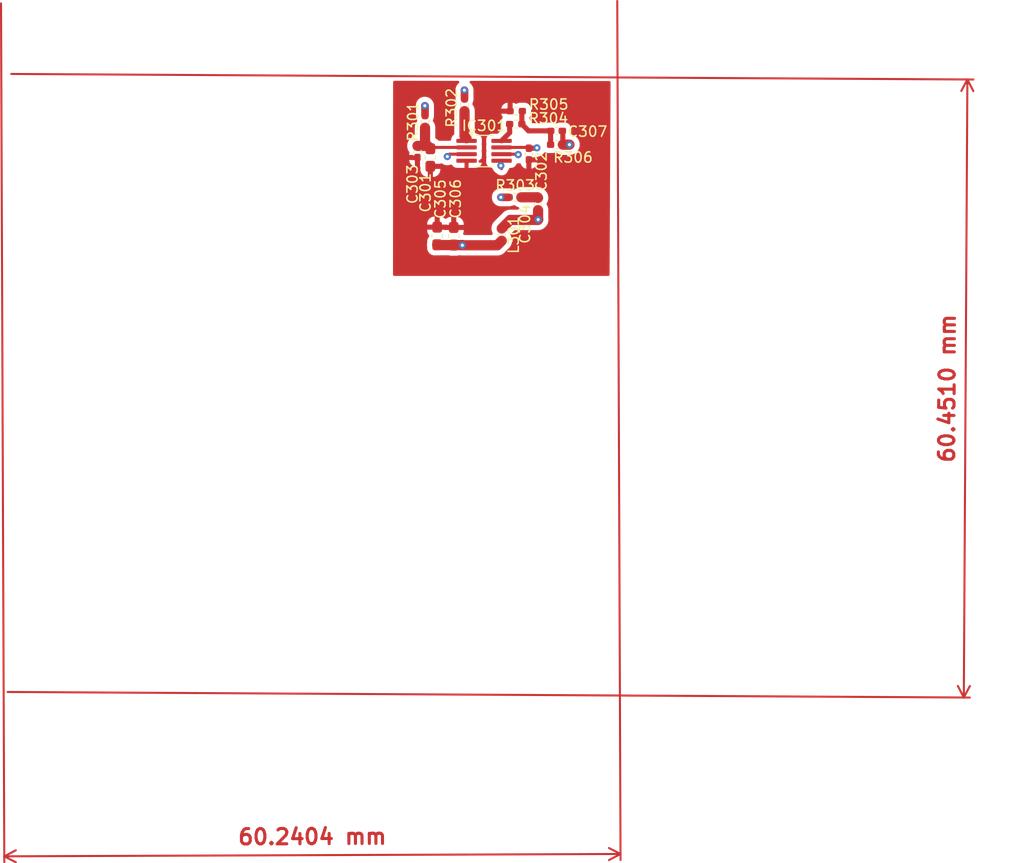
<source format=kicad_pcb>
(kicad_pcb (version 20240108) (generator "pcbnew") (generator_version "8.0")
  (layers (0 "F.Cu" signal) (1 "In1.Cu" signal) (2 "In2.Cu" signal) (31 "B.Cu" signal) (34 "B.Paste" user) (35 "F.Paste" user) (36 "B.SilkS" user "B.Silkscreen") (37 "F.SilkS" user "F.Silkscreen") (38 "B.Mask" user) (39 "F.Mask" user) (44 "Edge.Cuts" user))
  (net 0 "")
  (net 1 "GND")
  (net 2 "VIN")
  (net 3 "VCC")
  (net 4 "SW")
  (net 5 "Net-(C304-Pad1)")
  (net 6 "+5V")
  (net 7 "Net-(C307-Pad1)")
  (net 8 "BST")
  (net 9 "EN{slash}SYNC")
  (net 10 "FB")
  (net 11 "PG")
  (footprint "Capacitor_SMD:C_0402_1005Metric_Pad0.74x0.62mm_HandSolder" (layer "F.Cu") (at 148.98 103.1325 -90)
    (property "Reference" "L301" (at 0 -1.16 90) (layer "F.SilkS"))
    (property "Value" "4.7u")
    (fp_line (start -0.115835 0.36) (end 0.115835 0.36) (stroke (width 0.12)) (layer "F.SilkS"))
    (fp_line (start -0.115835 -0.36) (end 0.115835 -0.36) (stroke (width 0.12)) (layer "F.SilkS"))
    (pad "1" smd roundrect (at -0.5675 0 270) (size 0.735 0.62) (layers "F.Cu" "F.Paste" "F.Mask") (net 4 "SW"))
    (pad "2" smd roundrect (at 0.5675 0 270) (size 0.735 0.62) (layers "F.Cu" "F.Paste" "F.Mask") (net 6 "+5V"))
  )
  (footprint "Resistor_SMD:R_0402_1005Metric_Pad0.72x0.64mm_HandSolder" (layer "F.Cu") (at 154.3525 94.3)
    (property "Reference" "R306" (at 1.5975 1.25 0) (layer "F.SilkS"))
    (property "Value" "40.2k")
    (fp_line (start -0.167621 -0.38) (end 0.167621 -0.38) (stroke (width 0.12)) (layer "F.SilkS"))
    (fp_line (start -0.167621 0.38) (end 0.167621 0.38) (stroke (width 0.12)) (layer "F.SilkS"))
    (pad "1" smd roundrect (at -0.5975 0) (size 0.715 0.64) (layers "F.Cu" "F.Paste" "F.Mask") (net 7 "Net-(C307-Pad1)"))
    (pad "2" smd roundrect (at 0.5975 0) (size 0.715 0.64) (layers "F.Cu" "F.Paste" "F.Mask") (net 6 "+5V"))
  )
  (footprint "Capacitor_SMD:C_0402_1005Metric_Pad0.74x0.62mm_HandSolder" (layer "F.Cu") (at 154.3325 92.95)
    (property "Reference" "C307" (at 3.04 0.07 0) (layer "F.SilkS"))
    (property "Value" "15p")
    (fp_line (start -0.115835 -0.36) (end 0.115835 -0.36) (stroke (width 0.12)) (layer "F.SilkS"))
    (fp_line (start -0.115835 0.36) (end 0.115835 0.36) (stroke (width 0.12)) (layer "F.SilkS"))
    (pad "1" smd roundrect (at -0.5675 0) (size 0.735 0.62) (layers "F.Cu" "F.Paste" "F.Mask") (net 7 "Net-(C307-Pad1)"))
    (pad "2" smd roundrect (at 0.5675 0) (size 0.735 0.62) (layers "F.Cu" "F.Paste" "F.Mask") (net 6 "+5V"))
  )
  (footprint "Resistor_SMD:R_0402_1005Metric_Pad0.72x0.64mm_HandSolder" (layer "F.Cu") (at 150.2925 99.45)
    (property "Reference" "R303" (at 0 -1.17 0) (layer "F.SilkS"))
    (property "Value" "20")
    (fp_line (start -0.167621 -0.38) (end 0.167621 -0.38) (stroke (width 0.12)) (layer "F.SilkS"))
    (fp_line (start -0.167621 0.38) (end 0.167621 0.38) (stroke (width 0.12)) (layer "F.SilkS"))
    (pad "1" smd roundrect (at -0.5975 0) (size 0.715 0.64) (layers "F.Cu" "F.Paste" "F.Mask") (net 8 "BST"))
    (pad "2" smd roundrect (at 0.5975 0) (size 0.715 0.64) (layers "F.Cu" "F.Paste" "F.Mask") (net 5 "Net-(C304-Pad1)"))
  )
  (footprint "Capacitor_SMD:C_0603_1608Metric_Pad1.08x0.95mm_HandSolder" (layer "F.Cu") (at 142 95.5575 -90)
    (property "Reference" "C301" (at 3.4425 0.48 90) (layer "F.SilkS"))
    (property "Value" "22u")
    (fp_line (start -0.146267 0.51) (end 0.146267 0.51) (stroke (width 0.12)) (layer "F.SilkS"))
    (fp_line (start -0.146267 -0.51) (end 0.146267 -0.51) (stroke (width 0.12)) (layer "F.SilkS"))
    (pad "1" smd roundrect (at -0.8625 0 270) (size 1.075 0.95) (layers "F.Cu" "F.Paste" "F.Mask") (net 2 "VIN"))
    (pad "2" smd roundrect (at 0.8625 0 270) (size 1.075 0.95) (layers "F.Cu" "F.Paste" "F.Mask") (net 1 "GND"))
  )
  (footprint "Capacitor_SMD:C_0402_1005Metric_Pad0.74x0.62mm_HandSolder" (layer "F.Cu") (at 140.74 94.9875 -90)
    (property "Reference" "C303" (at 3.1825 0.49 90) (layer "F.SilkS"))
    (property "Value" "0.1u")
    (fp_line (start -0.115835 0.36) (end 0.115835 0.36) (stroke (width 0.12)) (layer "F.SilkS"))
    (fp_line (start -0.115835 -0.36) (end 0.115835 -0.36) (stroke (width 0.12)) (layer "F.SilkS"))
    (pad "1" smd roundrect (at -0.5675 0 270) (size 0.735 0.62) (layers "F.Cu" "F.Paste" "F.Mask") (net 2 "VIN"))
    (pad "2" smd roundrect (at 0.5675 0 270) (size 0.735 0.62) (layers "F.Cu" "F.Paste" "F.Mask") (net 1 "GND"))
  )
  (footprint "Capacitor_SMD:C_0603_1608Metric_Pad1.08x0.95mm_HandSolder" (layer "F.Cu") (at 142.67 103.23 90)
    (property "Reference" "C305" (at 3.61 0.31 90) (layer "F.SilkS"))
    (property "Value" "22u")
    (fp_line (start -0.146267 -0.51) (end 0.146267 -0.51) (stroke (width 0.12)) (layer "F.SilkS"))
    (fp_line (start -0.146267 0.51) (end 0.146267 0.51) (stroke (width 0.12)) (layer "F.SilkS"))
    (pad "1" smd roundrect (at -0.8625 0 90) (size 1.075 0.95) (layers "F.Cu" "F.Paste" "F.Mask") (net 6 "+5V"))
    (pad "2" smd roundrect (at 0.8625 0 90) (size 1.075 0.95) (layers "F.Cu" "F.Paste" "F.Mask") (net 1 "GND"))
  )
  (footprint "Resistor_SMD:R_0402_1005Metric_Pad0.72x0.64mm_HandSolder" (layer "F.Cu") (at 150.35 92.29)
    (property "Reference" "R304" (at 3.19 -0.56 0) (layer "F.SilkS"))
    (property "Value" "16k")
    (fp_line (start -0.167621 -0.38) (end 0.167621 -0.38) (stroke (width 0.12)) (layer "F.SilkS"))
    (fp_line (start -0.167621 0.38) (end 0.167621 0.38) (stroke (width 0.12)) (layer "F.SilkS"))
    (pad "1" smd roundrect (at -0.5975 0) (size 0.715 0.64) (layers "F.Cu" "F.Paste" "F.Mask") (net 10 "FB"))
    (pad "2" smd roundrect (at 0.5975 0) (size 0.715 0.64) (layers "F.Cu" "F.Paste" "F.Mask") (net 7 "Net-(C307-Pad1)"))
  )
  (footprint "Capacitor_SMD:C_0402_1005Metric_Pad0.74x0.62mm_HandSolder" (layer "F.Cu") (at 151.63 95.2175 -90)
    (property "Reference" "C302" (at 1.7125 -1.23 90) (layer "F.SilkS"))
    (property "Value" "0.1u")
    (fp_line (start -0.115835 0.36) (end 0.115835 0.36) (stroke (width 0.12)) (layer "F.SilkS"))
    (fp_line (start -0.115835 -0.36) (end 0.115835 -0.36) (stroke (width 0.12)) (layer "F.SilkS"))
    (pad "1" smd roundrect (at -0.5675 0 270) (size 0.735 0.62) (layers "F.Cu" "F.Paste" "F.Mask") (net 3 "VCC"))
    (pad "2" smd roundrect (at 0.5675 0 270) (size 0.735 0.62) (layers "F.Cu" "F.Paste" "F.Mask") (net 1 "GND"))
  )
  (footprint "Resistor_SMD:R_0402_1005Metric_Pad0.72x0.64mm_HandSolder" (layer "F.Cu") (at 145.34 90.4225 -90)
    (property "Reference" "R302" (at 0.2775 1.26 90) (layer "F.SilkS"))
    (property "Value" "100K")
    (fp_line (start -0.167621 0.38) (end 0.167621 0.38) (stroke (width 0.12)) (layer "F.SilkS"))
    (fp_line (start -0.167621 -0.38) (end 0.167621 -0.38) (stroke (width 0.12)) (layer "F.SilkS"))
    (pad "1" smd roundrect (at -0.5975 0 270) (size 0.715 0.64) (layers "F.Cu" "F.Paste" "F.Mask") (net 3 "VCC"))
    (pad "2" smd roundrect (at 0.5975 0 270) (size 0.715 0.64) (layers "F.Cu" "F.Paste" "F.Mask") (net 11 "PG"))
  )
  (footprint "Capacitor_SMD:C_0603_1608Metric_Pad1.08x0.95mm_HandSolder" (layer "F.Cu") (at 144.29 103.26 90)
    (property "Reference" "C306" (at 3.67 0.18 90) (layer "F.SilkS"))
    (property "Value" "22u")
    (fp_line (start -0.146267 -0.51) (end 0.146267 -0.51) (stroke (width 0.12)) (layer "F.SilkS"))
    (fp_line (start -0.146267 0.51) (end 0.146267 0.51) (stroke (width 0.12)) (layer "F.SilkS"))
    (pad "1" smd roundrect (at -0.8625 0 90) (size 1.075 0.95) (layers "F.Cu" "F.Paste" "F.Mask") (net 6 "+5V"))
    (pad "2" smd roundrect (at 0.8625 0 90) (size 1.075 0.95) (layers "F.Cu" "F.Paste" "F.Mask") (net 1 "GND"))
  )
  (footprint "Package_TO_SOT_SMD:TSOT-23-8_HandSoldering" (layer "F.Cu") (at 147.25 94.9)
    (property "Reference" "IC301" (at 0 -2.45 0) (layer "F.SilkS"))
    (property "Value" "MP1475SGJ-P")
    (fp_line (start -0.88 1.56) (end 0.88 1.56) (stroke (width 0.12)) (layer "F.SilkS"))
    (fp_line (start 0.08 -1.51) (end -0.72 -1.51) (stroke (width 0.12)) (layer "F.SilkS"))
    (fp_line (start 0.08 -1.51) (end 0.88 -1.51) (stroke (width 0.12)) (layer "F.SilkS"))
    (fp_poly (pts (xy -1.22 -1.435) (xy -1.46 -1.765) (xy -0.98 -1.765) (xy -1.22 -1.435)) (stroke (width 0.12)) (fill solid) (layer "F.SilkS"))
    (pad "1" smd roundrect (at -1.71 -0.97) (size 2 0.4) (layers "F.Cu" "F.Paste" "F.Mask") (net 11 "PG"))
    (pad "2" smd roundrect (at -1.71 -0.33) (size 2 0.4) (layers "F.Cu" "F.Paste" "F.Mask") (net 2 "VIN"))
    (pad "3" smd roundrect (at -1.71 0.33) (size 2 0.4) (layers "F.Cu" "F.Paste" "F.Mask") (net 4 "SW"))
    (pad "4" smd roundrect (at -1.71 0.97) (size 2 0.4) (layers "F.Cu" "F.Paste" "F.Mask") (net 1 "GND"))
    (pad "5" smd roundrect (at 1.71 0.97) (size 2 0.4) (layers "F.Cu" "F.Paste" "F.Mask") (net 8 "BST"))
    (pad "6" smd roundrect (at 1.71 0.33) (size 2 0.4) (layers "F.Cu" "F.Paste" "F.Mask") (net 9 "EN{slash}SYNC"))
    (pad "7" smd roundrect (at 1.71 -0.33) (size 2 0.4) (layers "F.Cu" "F.Paste" "F.Mask") (net 3 "VCC"))
    (pad "8" smd roundrect (at 1.71 -0.97) (size 2 0.4) (layers "F.Cu" "F.Paste" "F.Mask") (net 10 "FB"))
  )
  (footprint "Resistor_SMD:R_0402_1005Metric_Pad0.72x0.64mm_HandSolder" (layer "F.Cu") (at 141.48 92.0475 90)
    (property "Reference" "R301" (at 0 -1.17 90) (layer "F.SilkS"))
    (property "Value" "100K")
    (fp_line (start -0.167621 -0.38) (end 0.167621 -0.38) (stroke (width 0.12)) (layer "F.SilkS"))
    (fp_line (start -0.167621 0.38) (end 0.167621 0.38) (stroke (width 0.12)) (layer "F.SilkS"))
    (pad "1" smd roundrect (at -0.5975 0 90) (size 0.715 0.64) (layers "F.Cu" "F.Paste" "F.Mask") (net 2 "VIN"))
    (pad "2" smd roundrect (at 0.5975 0 90) (size 0.715 0.64) (layers "F.Cu" "F.Paste" "F.Mask") (net 9 "EN{slash}SYNC"))
  )
  (footprint "Resistor_SMD:R_0402_1005Metric_Pad0.72x0.64mm_HandSolder" (layer "F.Cu") (at 150.3925 91.02 180)
    (property "Reference" "R305" (at -3.1775 0.65 360) (layer "F.SilkS"))
    (property "Value" "7.68k")
    (fp_line (start -0.167621 0.38) (end 0.167621 0.38) (stroke (width 0.12)) (layer "F.SilkS"))
    (fp_line (start -0.167621 -0.38) (end 0.167621 -0.38) (stroke (width 0.12)) (layer "F.SilkS"))
    (pad "1" smd roundrect (at -0.5975 0 180) (size 0.715 0.64) (layers "F.Cu" "F.Paste" "F.Mask") (net 7 "Net-(C307-Pad1)"))
    (pad "2" smd roundrect (at 0.5975 0 180) (size 0.715 0.64) (layers "F.Cu" "F.Paste" "F.Mask") (net 1 "GND"))
  )
  (footprint "Capacitor_SMD:C_0402_1005Metric_Pad0.74x0.62mm_HandSolder" (layer "F.Cu") (at 152.53 100.1375 -90)
    (property "Reference" "C304" (at 1.9225 1.28 90) (layer "F.SilkS"))
    (property "Value" "0.1u")
    (fp_line (start -0.115835 0.36) (end 0.115835 0.36) (stroke (width 0.12)) (layer "F.SilkS"))
    (fp_line (start -0.115835 -0.36) (end 0.115835 -0.36) (stroke (width 0.12)) (layer "F.SilkS"))
    (pad "1" smd roundrect (at -0.5675 0 270) (size 0.735 0.62) (layers "F.Cu" "F.Paste" "F.Mask") (net 5 "Net-(C304-Pad1)"))
    (pad "2" smd roundrect (at 0.5675 0 270) (size 0.735 0.62) (layers "F.Cu" "F.Paste" "F.Mask") (net 4 "SW"))
  )
  (dimension (type aligned) (layer "F.Cu") (pts (xy 100.03 79.98) (xy 160.27 79.75)) (height 83.930191) (gr_text "60,2404 mm" (at 130.463576 161.994592 0.2187577233) (layer "F.Cu") (effects (font (size 1.5 1.5) (thickness 0.3)))) (format (prefix "") (suffix "") (units 3) (units_format 1) (precision 4)) (style (thickness 0.2) (arrow_length 1.27) (text_position_mode 0) (extension_height 0.58642) (extension_offset 0.5) keep_text_aligned))
  (dimension (type aligned) (layer "F.Cu") (pts (xy 100.18 147.83) (xy 100.53 87.38)) (height 93.971015) (gr_text "60,4510 mm" (at 192.52447 118.138653 89.66826636) (layer "F.Cu") (effects (font (size 1.5 1.5) (thickness 0.3)))) (format (prefix "") (suffix "") (units 3) (units_format 1) (precision 4)) (style (thickness 0.2) (arrow_length 1.27) (text_position_mode 0) (extension_height 0.58642) (extension_offset 0.5) keep_text_aligned))
  (segment (start 142.125 94.57) (end 142 94.695) (width 0.3) (layer "F.Cu") (net 2))
  (segment (start 141.48 92.645) (end 141.48 94.175) (width 1) (layer "F.Cu") (net 2))
  (segment (start 140.74 94.42) (end 141.725 94.42) (width 1) (layer "F.Cu") (net 2))
  (segment (start 141.725 94.42) (end 142 94.695) (width 1) (layer "F.Cu") (net 2))
  (segment (start 141.48 94.175) (end 142 94.695) (width 1) (layer "F.Cu") (net 2))
  (segment (start 145.54 94.57) (end 142.125 94.57) (width 0.3) (layer "F.Cu") (net 2))
  (segment (start 148.96 94.57) (end 151.55 94.57) (width 0.3) (layer "F.Cu") (net 3))
  (segment (start 152.38 94.65) (end 152.42 94.61) (width 0.5) (layer "F.Cu") (net 3))
  (segment (start 145.34 89.825) (end 145.34 88.98) (width 0.75) (layer "F.Cu") (net 3))
  (segment (start 151.55 94.57) (end 151.63 94.65) (width 0.3) (layer "F.Cu") (net 3))
  (segment (start 145.34 88.98) (end 145.33 88.97) (width 0.75) (layer "F.Cu") (net 3))
  (segment (start 151.63 94.65) (end 152.38 94.65) (width 0.5) (layer "F.Cu") (net 3))
  (via (at 152.42 94.61) (size 0.7) (drill 0.3) (layers "F.Cu" "B.Cu") (net 3))
  (via (at 145.33 88.97) (size 0.7) (drill 0.3) (layers "F.Cu" "B.Cu") (net 3))
  (segment (start 152.51 101.66) (end 149.82 101.66) (width 1) (layer "F.Cu") (net 4))
  (segment (start 149.82 101.66) (end 148.98 102.5) (width 1) (layer "F.Cu") (net 4))
  (segment (start 152.53 100.705) (end 152.53 101.62) (width 1) (layer "F.Cu") (net 4))
  (segment (start 152.54 101.63) (end 152.51 101.66) (width 1) (layer "F.Cu") (net 4))
  (segment (start 143.89 95.23) (end 145.54 95.23) (width 0.3) (layer "F.Cu") (net 4))
  (segment (start 143.66 95.46) (end 143.89 95.23) (width 0.3) (layer "F.Cu") (net 4))
  (segment (start 152.53 101.62) (end 152.54 101.63) (width 1) (layer "F.Cu") (net 4))
  (via (at 143.66 95.46) (size 0.7) (drill 0.3) (layers "F.Cu" "B.Cu") (net 4))
  (via (at 152.54 101.63) (size 0.7) (drill 0.3) (layers "F.Cu" "B.Cu") (net 4))
  (segment (start 152.475 99.45) (end 152.53 99.505) (width 1) (layer "F.Cu") (net 5))
  (segment (start 150.89 99.45) (end 152.475 99.45) (width 1) (layer "F.Cu") (net 5))
  (segment (start 154.95 93.03) (end 154.9 92.98) (width 0.5) (layer "F.Cu") (net 6))
  (segment (start 144.29 104.1225) (end 142.7 104.1225) (width 1) (layer "F.Cu") (net 6))
  (segment (start 148.54 104.14) (end 148.98 103.7) (width 1) (layer "F.Cu") (net 6))
  (segment (start 142.7 104.1225) (end 142.67 104.0925) (width 1) (layer "F.Cu") (net 6))
  (segment (start 154.95 94.3) (end 154.95 93.03) (width 0.5) (layer "F.Cu") (net 6))
  (segment (start 155.6 94.3) (end 154.95 94.3) (width 1) (layer "F.Cu") (net 6))
  (segment (start 144.29 104.1225) (end 145.1125 104.1225) (width 1) (layer "F.Cu") (net 6))
  (segment (start 145.1125 104.1225) (end 145.13 104.14) (width 1) (layer "F.Cu") (net 6))
  (segment (start 145.13 104.14) (end 148.54 104.14) (width 1) (layer "F.Cu") (net 6))
  (via (at 155.6 94.3) (size 0.7) (drill 0.3) (layers "F.Cu" "B.Cu") (net 6))
  (via (at 145.13 104.14) (size 0.7) (drill 0.3) (layers "F.Cu" "B.Cu") (net 6))
  (segment (start 153.755 92.99) (end 153.765 92.98) (width 0.5) (layer "F.Cu") (net 7))
  (segment (start 151.6075 92.95) (end 150.9475 92.29) (width 0.5) (layer "F.Cu") (net 7))
  (segment (start 153.755 94.3) (end 153.755 92.99) (width 0.5) (layer "F.Cu") (net 7))
  (segment (start 150.9475 91.0625) (end 150.99 91.02) (width 0.5) (layer "F.Cu") (net 7))
  (segment (start 153.765 92.95) (end 151.6075 92.95) (width 0.5) (layer "F.Cu") (net 7))
  (segment (start 150.9475 92.29) (end 150.9475 91.0625) (width 0.5) (layer "F.Cu") (net 7))
  (segment (start 148.89 96.35) (end 148.89 96.58) (width 0.3) (layer "F.Cu") (net 8))
  (segment (start 148.89 99.45) (end 149.6925 99.45) (width 0.75) (layer "F.Cu") (net 8))
  (segment (start 148.89 96.58) (end 148.96 96.65) (width 0.3) (layer "F.Cu") (net 8))
  (segment (start 148.89 95.94) (end 148.96 95.87) (width 0.3) (layer "F.Cu") (net 8))
  (segment (start 148.89 96.35) (end 148.89 95.94) (width 0.3) (layer "F.Cu") (net 8))
  (via (at 148.89 96.35) (size 0.7) (drill 0.3) (layers "F.Cu" "B.Cu") (net 8))
  (via (at 148.89 99.45) (size 0.7) (drill 0.3) (layers "F.Cu" "B.Cu") (net 8))
  (segment (start 141.48 91.45) (end 141.48 90.51) (width 0.75) (layer "F.Cu") (net 9))
  (segment (start 141.48 90.51) (end 141.46 90.49) (width 0.75) (layer "F.Cu") (net 9))
  (segment (start 150.55 95.23) (end 150.59 95.27) (width 0.3) (layer "F.Cu") (net 9))
  (segment (start 148.96 95.23) (end 150.55 95.23) (width 0.3) (layer "F.Cu") (net 9))
  (via (at 141.46 90.49) (size 0.7) (drill 0.3) (layers "F.Cu" "B.Cu") (net 9))
  (via (at 150.59 95.27) (size 0.7) (drill 0.3) (layers "F.Cu" "B.Cu") (net 9))
  (segment (start 149.7525 92.29) (end 149.7525 93.1275) (width 0.5) (layer "F.Cu") (net 10))
  (segment (start 149.7525 93.1275) (end 148.96 93.92) (width 0.5) (layer "F.Cu") (net 10))
  (segment (start 145.34 91.02) (end 145.34 93.47) (width 1) (layer "F.Cu") (net 11))
  (segment (start 145.34 93.47) (end 145.54 93.67) (width 1) (layer "F.Cu") (net 11))
  (zone (net 1) (net_name "GND") (layer "F.Cu") (connect_pads (clearance 0.5)) (min_thickness 0.25) (fill yes (thermal_gap 0.5) (thermal_bridge_width 0.5))
    (polygon (pts (xy 138.32 88.05) (xy 159.62 88.08) (xy 159.52 107.14) (xy 138.35 107.14) (xy 138.36 88.05)))
  )
)
</source>
